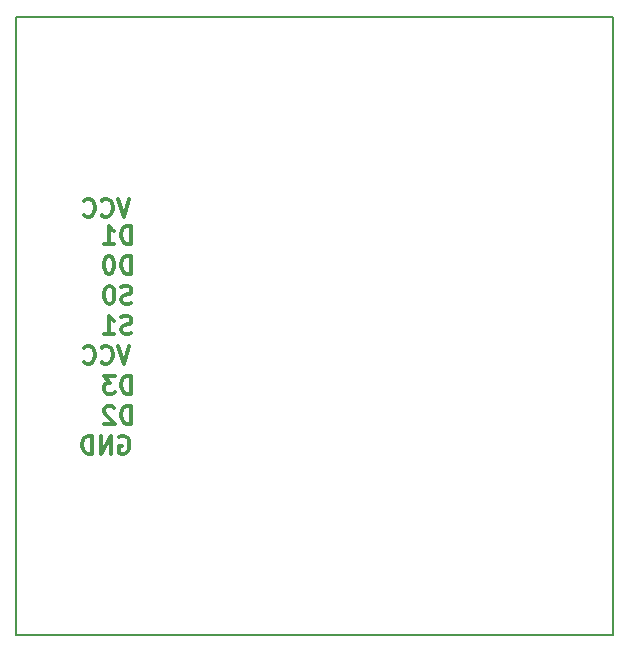
<source format=gbr>
%TF.GenerationSoftware,KiCad,Pcbnew,(5.1.10)-1*%
%TF.CreationDate,2021-09-08T12:56:42-03:00*%
%TF.ProjectId,SSC-THT,5353432d-5448-4542-9e6b-696361645f70,rev?*%
%TF.SameCoordinates,Original*%
%TF.FileFunction,Legend,Bot*%
%TF.FilePolarity,Positive*%
%FSLAX46Y46*%
G04 Gerber Fmt 4.6, Leading zero omitted, Abs format (unit mm)*
G04 Created by KiCad (PCBNEW (5.1.10)-1) date 2021-09-08 12:56:42*
%MOMM*%
%LPD*%
G01*
G04 APERTURE LIST*
%TA.AperFunction,Profile*%
%ADD10C,0.150000*%
%TD*%
%ADD11C,0.300000*%
G04 APERTURE END LIST*
D10*
X68580000Y-90678000D02*
X18034000Y-90678000D01*
D11*
X27654000Y-53788571D02*
X27154000Y-55288571D01*
X26654000Y-53788571D01*
X25296857Y-55145714D02*
X25368285Y-55217142D01*
X25582571Y-55288571D01*
X25725428Y-55288571D01*
X25939714Y-55217142D01*
X26082571Y-55074285D01*
X26154000Y-54931428D01*
X26225428Y-54645714D01*
X26225428Y-54431428D01*
X26154000Y-54145714D01*
X26082571Y-54002857D01*
X25939714Y-53860000D01*
X25725428Y-53788571D01*
X25582571Y-53788571D01*
X25368285Y-53860000D01*
X25296857Y-53931428D01*
X23796857Y-55145714D02*
X23868285Y-55217142D01*
X24082571Y-55288571D01*
X24225428Y-55288571D01*
X24439714Y-55217142D01*
X24582571Y-55074285D01*
X24654000Y-54931428D01*
X24725428Y-54645714D01*
X24725428Y-54431428D01*
X24654000Y-54145714D01*
X24582571Y-54002857D01*
X24439714Y-53860000D01*
X24225428Y-53788571D01*
X24082571Y-53788571D01*
X23868285Y-53860000D01*
X23796857Y-53931428D01*
X27777142Y-72814571D02*
X27777142Y-71314571D01*
X27420000Y-71314571D01*
X27205714Y-71386000D01*
X27062857Y-71528857D01*
X26991428Y-71671714D01*
X26920000Y-71957428D01*
X26920000Y-72171714D01*
X26991428Y-72457428D01*
X27062857Y-72600285D01*
X27205714Y-72743142D01*
X27420000Y-72814571D01*
X27777142Y-72814571D01*
X26348571Y-71457428D02*
X26277142Y-71386000D01*
X26134285Y-71314571D01*
X25777142Y-71314571D01*
X25634285Y-71386000D01*
X25562857Y-71457428D01*
X25491428Y-71600285D01*
X25491428Y-71743142D01*
X25562857Y-71957428D01*
X26420000Y-72814571D01*
X25491428Y-72814571D01*
X27812857Y-65123142D02*
X27598571Y-65194571D01*
X27241428Y-65194571D01*
X27098571Y-65123142D01*
X27027142Y-65051714D01*
X26955714Y-64908857D01*
X26955714Y-64766000D01*
X27027142Y-64623142D01*
X27098571Y-64551714D01*
X27241428Y-64480285D01*
X27527142Y-64408857D01*
X27670000Y-64337428D01*
X27741428Y-64266000D01*
X27812857Y-64123142D01*
X27812857Y-63980285D01*
X27741428Y-63837428D01*
X27670000Y-63766000D01*
X27527142Y-63694571D01*
X27170000Y-63694571D01*
X26955714Y-63766000D01*
X25527142Y-65194571D02*
X26384285Y-65194571D01*
X25955714Y-65194571D02*
X25955714Y-63694571D01*
X26098571Y-63908857D01*
X26241428Y-64051714D01*
X26384285Y-64123142D01*
X27654000Y-66234571D02*
X27154000Y-67734571D01*
X26654000Y-66234571D01*
X25296857Y-67591714D02*
X25368285Y-67663142D01*
X25582571Y-67734571D01*
X25725428Y-67734571D01*
X25939714Y-67663142D01*
X26082571Y-67520285D01*
X26154000Y-67377428D01*
X26225428Y-67091714D01*
X26225428Y-66877428D01*
X26154000Y-66591714D01*
X26082571Y-66448857D01*
X25939714Y-66306000D01*
X25725428Y-66234571D01*
X25582571Y-66234571D01*
X25368285Y-66306000D01*
X25296857Y-66377428D01*
X23796857Y-67591714D02*
X23868285Y-67663142D01*
X24082571Y-67734571D01*
X24225428Y-67734571D01*
X24439714Y-67663142D01*
X24582571Y-67520285D01*
X24654000Y-67377428D01*
X24725428Y-67091714D01*
X24725428Y-66877428D01*
X24654000Y-66591714D01*
X24582571Y-66448857D01*
X24439714Y-66306000D01*
X24225428Y-66234571D01*
X24082571Y-66234571D01*
X23868285Y-66306000D01*
X23796857Y-66377428D01*
X27777142Y-70274571D02*
X27777142Y-68774571D01*
X27420000Y-68774571D01*
X27205714Y-68846000D01*
X27062857Y-68988857D01*
X26991428Y-69131714D01*
X26920000Y-69417428D01*
X26920000Y-69631714D01*
X26991428Y-69917428D01*
X27062857Y-70060285D01*
X27205714Y-70203142D01*
X27420000Y-70274571D01*
X27777142Y-70274571D01*
X26420000Y-68774571D02*
X25491428Y-68774571D01*
X25991428Y-69346000D01*
X25777142Y-69346000D01*
X25634285Y-69417428D01*
X25562857Y-69488857D01*
X25491428Y-69631714D01*
X25491428Y-69988857D01*
X25562857Y-70131714D01*
X25634285Y-70203142D01*
X25777142Y-70274571D01*
X26205714Y-70274571D01*
X26348571Y-70203142D01*
X26420000Y-70131714D01*
X27812857Y-62583142D02*
X27598571Y-62654571D01*
X27241428Y-62654571D01*
X27098571Y-62583142D01*
X27027142Y-62511714D01*
X26955714Y-62368857D01*
X26955714Y-62226000D01*
X27027142Y-62083142D01*
X27098571Y-62011714D01*
X27241428Y-61940285D01*
X27527142Y-61868857D01*
X27670000Y-61797428D01*
X27741428Y-61726000D01*
X27812857Y-61583142D01*
X27812857Y-61440285D01*
X27741428Y-61297428D01*
X27670000Y-61226000D01*
X27527142Y-61154571D01*
X27170000Y-61154571D01*
X26955714Y-61226000D01*
X26027142Y-61154571D02*
X25884285Y-61154571D01*
X25741428Y-61226000D01*
X25670000Y-61297428D01*
X25598571Y-61440285D01*
X25527142Y-61726000D01*
X25527142Y-62083142D01*
X25598571Y-62368857D01*
X25670000Y-62511714D01*
X25741428Y-62583142D01*
X25884285Y-62654571D01*
X26027142Y-62654571D01*
X26170000Y-62583142D01*
X26241428Y-62511714D01*
X26312857Y-62368857D01*
X26384285Y-62083142D01*
X26384285Y-61726000D01*
X26312857Y-61440285D01*
X26241428Y-61297428D01*
X26170000Y-61226000D01*
X26027142Y-61154571D01*
X27777142Y-60114571D02*
X27777142Y-58614571D01*
X27420000Y-58614571D01*
X27205714Y-58686000D01*
X27062857Y-58828857D01*
X26991428Y-58971714D01*
X26920000Y-59257428D01*
X26920000Y-59471714D01*
X26991428Y-59757428D01*
X27062857Y-59900285D01*
X27205714Y-60043142D01*
X27420000Y-60114571D01*
X27777142Y-60114571D01*
X25991428Y-58614571D02*
X25848571Y-58614571D01*
X25705714Y-58686000D01*
X25634285Y-58757428D01*
X25562857Y-58900285D01*
X25491428Y-59186000D01*
X25491428Y-59543142D01*
X25562857Y-59828857D01*
X25634285Y-59971714D01*
X25705714Y-60043142D01*
X25848571Y-60114571D01*
X25991428Y-60114571D01*
X26134285Y-60043142D01*
X26205714Y-59971714D01*
X26277142Y-59828857D01*
X26348571Y-59543142D01*
X26348571Y-59186000D01*
X26277142Y-58900285D01*
X26205714Y-58757428D01*
X26134285Y-58686000D01*
X25991428Y-58614571D01*
X27777142Y-57574571D02*
X27777142Y-56074571D01*
X27420000Y-56074571D01*
X27205714Y-56146000D01*
X27062857Y-56288857D01*
X26991428Y-56431714D01*
X26920000Y-56717428D01*
X26920000Y-56931714D01*
X26991428Y-57217428D01*
X27062857Y-57360285D01*
X27205714Y-57503142D01*
X27420000Y-57574571D01*
X27777142Y-57574571D01*
X25491428Y-57574571D02*
X26348571Y-57574571D01*
X25920000Y-57574571D02*
X25920000Y-56074571D01*
X26062857Y-56288857D01*
X26205714Y-56431714D01*
X26348571Y-56503142D01*
X26796857Y-73926000D02*
X26939714Y-73854571D01*
X27154000Y-73854571D01*
X27368285Y-73926000D01*
X27511142Y-74068857D01*
X27582571Y-74211714D01*
X27654000Y-74497428D01*
X27654000Y-74711714D01*
X27582571Y-74997428D01*
X27511142Y-75140285D01*
X27368285Y-75283142D01*
X27154000Y-75354571D01*
X27011142Y-75354571D01*
X26796857Y-75283142D01*
X26725428Y-75211714D01*
X26725428Y-74711714D01*
X27011142Y-74711714D01*
X26082571Y-75354571D02*
X26082571Y-73854571D01*
X25225428Y-75354571D01*
X25225428Y-73854571D01*
X24511142Y-75354571D02*
X24511142Y-73854571D01*
X24154000Y-73854571D01*
X23939714Y-73926000D01*
X23796857Y-74068857D01*
X23725428Y-74211714D01*
X23654000Y-74497428D01*
X23654000Y-74711714D01*
X23725428Y-74997428D01*
X23796857Y-75140285D01*
X23939714Y-75283142D01*
X24154000Y-75354571D01*
X24511142Y-75354571D01*
D10*
X18034000Y-38354000D02*
X18034000Y-90678000D01*
X68580000Y-38354000D02*
X18034000Y-38354000D01*
X68580000Y-90678000D02*
X68580000Y-38354000D01*
M02*

</source>
